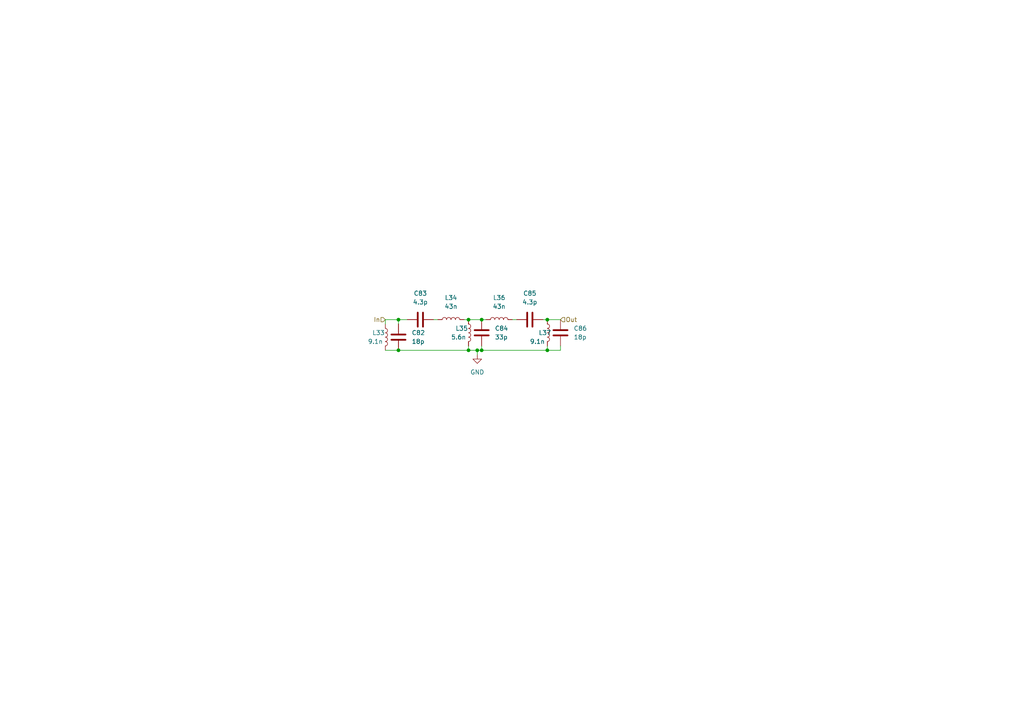
<source format=kicad_sch>
(kicad_sch (version 20211123) (generator eeschema)
  (paper "A4")
  (lib_symbols
    (symbol "Device:C" (pin_numbers hide) (pin_names (offset 0.254))
      (property "Reference" "C" (at 0.635 2.54 0))
      (property "Value" "C" (at 0.635 -2.54 0))
      (symbol "C_0_1"
        (polyline (pts (xy -2.032 -0.762) (xy 2.032 -0.762)) (stroke (width 0.508)))
        (polyline (pts (xy -2.032 0.762) (xy 2.032 0.762)) (stroke (width 0.508)))
      )
      (symbol "C_1_1"
        (pin passive line (at 0 3.81 270) (length 2.794) (name "~") (number "1"))
        (pin passive line (at 0 -3.81 90) (length 2.794) (name "~") (number "2"))
      )
    )
    (symbol "Device:L" (pin_numbers hide) (pin_names (offset 1.016) hide)
      (property "Reference" "L" (at -1.27 0 90))
      (property "Value" "L" (at 1.905 0 90))
      (symbol "L_0_1"
        (arc (start 0 -2.54) (mid 0.635 -1.905) (end 0 -1.27))
        (arc (start 0 -1.27) (mid 0.635 -0.635) (end 0 0))
        (arc (start 0 0) (mid 0.635 0.635) (end 0 1.27))
        (arc (start 0 1.27) (mid 0.635 1.905) (end 0 2.54))
      )
      (symbol "L_1_1"
        (pin passive line (at 0 3.81 270) (length 1.27) (name "1") (number "1"))
        (pin passive line (at 0 -3.81 90) (length 1.27) (name "2") (number "2"))
      )
    )
    (symbol "power:GND" (power) (pin_names (offset 0))
      (property "Value" "GND" (at 0 -3.81 0))
      (symbol "GND_0_1"
        (polyline (pts (xy 0 0) (xy 0 -1.27) (xy 1.27 -1.27) (xy 0 -2.54) (xy -1.27 -1.27) (xy 0 -1.27)))
      )
      (symbol "GND_1_1"
        (pin power_in line (at 0 0 270) (length 0) hide (name "GND") (number "1"))
      )
    )
  )
  (junction (at 158.75 101.6))
  (junction (at 135.89 101.6))
  (junction (at 115.57 101.6))
  (junction (at 139.7 92.71))
  (junction (at 115.57 92.71))
  (junction (at 138.43 101.6))
  (junction (at 135.89 92.71))
  (junction (at 139.7 101.6))
  (junction (at 158.75 92.71))
  (wire (pts (xy 139.7 101.6) (xy 139.7 100.33)))
  (wire (pts (xy 138.43 101.6) (xy 139.7 101.6)))
  (wire (pts (xy 111.76 92.71) (xy 115.57 92.71)))
  (wire (pts (xy 148.59 92.71) (xy 149.86 92.71)))
  (wire (pts (xy 158.75 101.6) (xy 162.56 101.6)))
  (wire (pts (xy 158.75 92.71) (xy 162.56 92.71)))
  (wire (pts (xy 115.57 92.71) (xy 118.11 92.71)))
  (wire (pts (xy 135.89 101.6) (xy 138.43 101.6)))
  (wire (pts (xy 115.57 101.6) (xy 135.89 101.6)))
  (wire (pts (xy 135.89 101.6) (xy 135.89 100.33)))
  (wire (pts (xy 139.7 92.71) (xy 140.97 92.71)))
  (wire (pts (xy 139.7 101.6) (xy 158.75 101.6)))
  (wire (pts (xy 138.43 101.6) (xy 138.43 102.87)))
  (wire (pts (xy 157.48 92.71) (xy 158.75 92.71)))
  (wire (pts (xy 111.76 101.6) (xy 115.57 101.6)))
  (wire (pts (xy 111.76 93.98) (xy 111.76 92.71)))
  (wire (pts (xy 125.73 92.71) (xy 127 92.71)))
  (wire (pts (xy 135.89 92.71) (xy 139.7 92.71)))
  (wire (pts (xy 115.57 93.98) (xy 115.57 92.71)))
  (wire (pts (xy 162.56 101.6) (xy 162.56 100.33)))
  (wire (pts (xy 158.75 101.6) (xy 158.75 100.33)))
  (wire (pts (xy 134.62 92.71) (xy 135.89 92.71)))
  (hierarchical_label "Out" (shape input) (at 162.56 92.71 0))
  (hierarchical_label "In" (shape input) (at 111.76 92.71 180))
  (symbol (lib_id "Device:L") (at 130.81 92.71 90)
    (property "Reference" "L34" (at 130.81 86.36 90))
    (property "Value" "43n" (at 130.81 88.9 90))
    (property "Footprint" "Inductor_SMD:L_0603_1608Metric" (effects hide))
    (property "PartNumber" "744917143" (effects hide))
  )
  (symbol (lib_id "Device:C") (at 121.92 92.71 270)
    (property "Reference" "C83" (at 121.92 85.09 90))
    (property "Value" "4.3p" (at 121.92 87.63 90))
    (property "Footprint" "Capacitor_SMD:C_0603_1608Metric" (effects hide))
    (property "PartNumber" "CBR06C439B5GAC" (effects hide))
  )
  (symbol (lib_id "Device:C") (at 153.67 92.71 270)
    (property "Reference" "C85" (at 153.67 85.09 90))
    (property "Value" "4.3p" (at 153.67 87.63 90))
    (property "Footprint" "Capacitor_SMD:C_0603_1608Metric" (effects hide))
    (property "PartNumber" "CBR06C439B5GAC" (effects hide))
  )
  (symbol (lib_id "Device:L") (at 135.89 96.52 0)
    (property "Reference" "L35" (at 132.08 95.25 0) (effects (justify left)))
    (property "Value" "5.6n" (at 130.81 97.79 0) (effects (justify left)))
    (property "Footprint" "Inductor_SMD:L_0603_1608Metric" (effects hide))
    (property "PartNumber" "LQW18AS5N6G0ZD" (effects hide))
  )
  (symbol (lib_id "Device:C") (at 162.56 96.52 180)
    (property "Reference" "C86" (at 166.37 95.2499 0) (effects (justify right)))
    (property "Value" "18p" (at 166.37 97.7899 0) (effects (justify right)))
    (property "Footprint" "Capacitor_SMD:C_0603_1608Metric" (effects hide))
    (property "PartNumber" "0603N180F500CT" (effects hide))
  )
  (symbol (lib_id "Device:C") (at 115.57 97.79 180)
    (property "Reference" "C82" (at 119.38 96.5199 0) (effects (justify right)))
    (property "Value" "18p" (at 119.38 99.0599 0) (effects (justify right)))
    (property "Footprint" "Capacitor_SMD:C_0603_1608Metric" (effects hide))
    (property "PartNumber" "0603N180F500CT" (effects hide))
  )
  (symbol (lib_id "Device:C") (at 139.7 96.52 180)
    (property "Reference" "C84" (at 143.51 95.2499 0) (effects (justify right)))
    (property "Value" "33p" (at 143.51 97.7899 0) (effects (justify right)))
    (property "Footprint" "Capacitor_SMD:C_0603_1608Metric" (effects hide))
    (property "PartNumber" "0603N330F500CT" (effects hide))
  )
  (symbol (lib_id "Device:L") (at 144.78 92.71 90)
    (property "Reference" "L36" (at 144.78 86.36 90))
    (property "Value" "43n" (at 144.78 88.9 90))
    (property "Footprint" "Inductor_SMD:L_0603_1608Metric" (effects hide))
    (property "PartNumber" "744917143" (effects hide))
  )
  (symbol (lib_id "Device:L") (at 111.76 97.79 0)
    (property "Reference" "L33" (at 107.95 96.52 0) (effects (justify left)))
    (property "Value" "9.1n" (at 106.68 99.06 0) (effects (justify left)))
    (property "Footprint" "Inductor_SMD:L_0603_1608Metric" (effects hide))
    (property "PartNumber" "LQW18AN9N1G8ZD" (effects hide))
  )
  (symbol (lib_id "Device:L") (at 158.75 96.52 0)
    (property "Reference" "L37" (at 156.21 96.52 0) (effects (justify left)))
    (property "Value" "9.1n" (at 153.67 99.06 0) (effects (justify left)))
    (property "Footprint" "Inductor_SMD:L_0603_1608Metric" (effects hide))
    (property "PartNumber" "LQW18AN9N1G8ZD" (effects hide))
  )
  (symbol (lib_id "power:GND") (at 138.43 102.87 0)
    (property "Reference" "#PWR0103" (effects hide))
    (property "Value" "GND" (at 138.43 107.95 0))
  )
)
</source>
